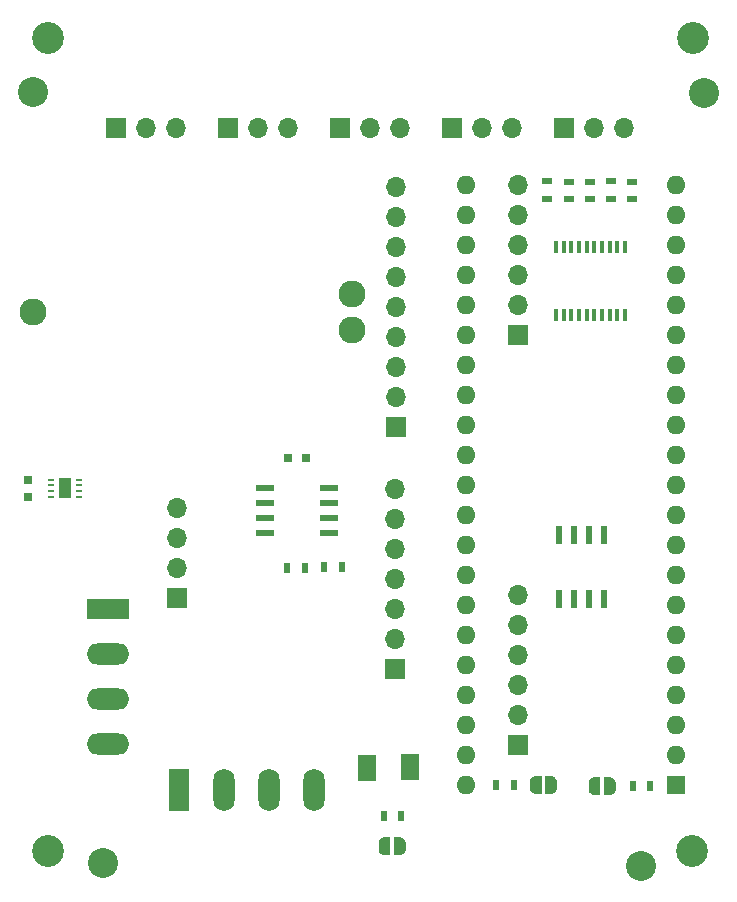
<source format=gbr>
G04 #@! TF.GenerationSoftware,KiCad,Pcbnew,(5.1.5)-3*
G04 #@! TF.CreationDate,2020-09-03T11:07:22+02:00*
G04 #@! TF.ProjectId,StepperClockMasterTinyK22,53746570-7065-4724-936c-6f636b4d6173,rev?*
G04 #@! TF.SameCoordinates,Original*
G04 #@! TF.FileFunction,Soldermask,Top*
G04 #@! TF.FilePolarity,Negative*
%FSLAX46Y46*%
G04 Gerber Fmt 4.6, Leading zero omitted, Abs format (unit mm)*
G04 Created by KiCad (PCBNEW (5.1.5)-3) date 2020-09-03 11:07:22*
%MOMM*%
%LPD*%
G04 APERTURE LIST*
%ADD10R,0.400000X1.000000*%
%ADD11R,1.700000X1.700000*%
%ADD12O,1.700000X1.700000*%
%ADD13R,1.520000X2.180000*%
%ADD14C,0.100000*%
%ADD15R,0.900000X0.500000*%
%ADD16O,3.600000X1.800000*%
%ADD17R,3.600000X1.800000*%
%ADD18O,1.800000X3.600000*%
%ADD19R,1.800000X3.600000*%
%ADD20O,1.600000X1.600000*%
%ADD21R,1.600000X1.600000*%
%ADD22R,0.500000X0.900000*%
%ADD23R,0.550000X0.250000*%
%ADD24R,1.000000X1.700000*%
%ADD25R,0.600000X1.550000*%
%ADD26R,1.550000X0.600000*%
%ADD27C,2.700000*%
%ADD28C,2.540000*%
%ADD29R,0.750000X0.800000*%
%ADD30R,0.800000X0.750000*%
%ADD31C,2.290000*%
G04 APERTURE END LIST*
D10*
X146635000Y-93960000D03*
X145985000Y-93960000D03*
X145335000Y-93960000D03*
X144685000Y-93960000D03*
X144035000Y-93960000D03*
X143385000Y-93960000D03*
X142735000Y-93960000D03*
X142085000Y-93960000D03*
X141435000Y-93960000D03*
X140785000Y-93960000D03*
X140785000Y-99760000D03*
X141435000Y-99760000D03*
X142085000Y-99760000D03*
X142735000Y-99760000D03*
X143385000Y-99760000D03*
X144035000Y-99760000D03*
X144685000Y-99760000D03*
X145335000Y-99760000D03*
X145985000Y-99760000D03*
X146635000Y-99760000D03*
D11*
X137580000Y-101490000D03*
D12*
X137580000Y-98950000D03*
X137580000Y-96410000D03*
X137580000Y-93870000D03*
X137580000Y-91330000D03*
X137580000Y-88790000D03*
D11*
X137580000Y-136130000D03*
D12*
X137580000Y-133590000D03*
X137580000Y-131050000D03*
X137580000Y-128510000D03*
X137580000Y-125970000D03*
X137580000Y-123430000D03*
D13*
X128464200Y-138050000D03*
X124781200Y-138075400D03*
D14*
G36*
X144550000Y-140400000D02*
G01*
X144050000Y-140400000D01*
X144050000Y-140399398D01*
X144025466Y-140399398D01*
X143976635Y-140394588D01*
X143928510Y-140385016D01*
X143881555Y-140370772D01*
X143836222Y-140351995D01*
X143792949Y-140328864D01*
X143752150Y-140301604D01*
X143714221Y-140270476D01*
X143679524Y-140235779D01*
X143648396Y-140197850D01*
X143621136Y-140157051D01*
X143598005Y-140113778D01*
X143579228Y-140068445D01*
X143564984Y-140021490D01*
X143555412Y-139973365D01*
X143550602Y-139924534D01*
X143550602Y-139900000D01*
X143550000Y-139900000D01*
X143550000Y-139400000D01*
X143550602Y-139400000D01*
X143550602Y-139375466D01*
X143555412Y-139326635D01*
X143564984Y-139278510D01*
X143579228Y-139231555D01*
X143598005Y-139186222D01*
X143621136Y-139142949D01*
X143648396Y-139102150D01*
X143679524Y-139064221D01*
X143714221Y-139029524D01*
X143752150Y-138998396D01*
X143792949Y-138971136D01*
X143836222Y-138948005D01*
X143881555Y-138929228D01*
X143928510Y-138914984D01*
X143976635Y-138905412D01*
X144025466Y-138900602D01*
X144050000Y-138900602D01*
X144050000Y-138900000D01*
X144550000Y-138900000D01*
X144550000Y-140400000D01*
G37*
G36*
X145350000Y-138900602D02*
G01*
X145374534Y-138900602D01*
X145423365Y-138905412D01*
X145471490Y-138914984D01*
X145518445Y-138929228D01*
X145563778Y-138948005D01*
X145607051Y-138971136D01*
X145647850Y-138998396D01*
X145685779Y-139029524D01*
X145720476Y-139064221D01*
X145751604Y-139102150D01*
X145778864Y-139142949D01*
X145801995Y-139186222D01*
X145820772Y-139231555D01*
X145835016Y-139278510D01*
X145844588Y-139326635D01*
X145849398Y-139375466D01*
X145849398Y-139400000D01*
X145850000Y-139400000D01*
X145850000Y-139900000D01*
X145849398Y-139900000D01*
X145849398Y-139924534D01*
X145844588Y-139973365D01*
X145835016Y-140021490D01*
X145820772Y-140068445D01*
X145801995Y-140113778D01*
X145778864Y-140157051D01*
X145751604Y-140197850D01*
X145720476Y-140235779D01*
X145685779Y-140270476D01*
X145647850Y-140301604D01*
X145607051Y-140328864D01*
X145563778Y-140351995D01*
X145518445Y-140370772D01*
X145471490Y-140385016D01*
X145423365Y-140394588D01*
X145374534Y-140399398D01*
X145350000Y-140399398D01*
X145350000Y-140400000D01*
X144850000Y-140400000D01*
X144850000Y-138900000D01*
X145350000Y-138900000D01*
X145350000Y-138900602D01*
G37*
G36*
X139570000Y-140300000D02*
G01*
X139070000Y-140300000D01*
X139070000Y-140299398D01*
X139045466Y-140299398D01*
X138996635Y-140294588D01*
X138948510Y-140285016D01*
X138901555Y-140270772D01*
X138856222Y-140251995D01*
X138812949Y-140228864D01*
X138772150Y-140201604D01*
X138734221Y-140170476D01*
X138699524Y-140135779D01*
X138668396Y-140097850D01*
X138641136Y-140057051D01*
X138618005Y-140013778D01*
X138599228Y-139968445D01*
X138584984Y-139921490D01*
X138575412Y-139873365D01*
X138570602Y-139824534D01*
X138570602Y-139800000D01*
X138570000Y-139800000D01*
X138570000Y-139300000D01*
X138570602Y-139300000D01*
X138570602Y-139275466D01*
X138575412Y-139226635D01*
X138584984Y-139178510D01*
X138599228Y-139131555D01*
X138618005Y-139086222D01*
X138641136Y-139042949D01*
X138668396Y-139002150D01*
X138699524Y-138964221D01*
X138734221Y-138929524D01*
X138772150Y-138898396D01*
X138812949Y-138871136D01*
X138856222Y-138848005D01*
X138901555Y-138829228D01*
X138948510Y-138814984D01*
X138996635Y-138805412D01*
X139045466Y-138800602D01*
X139070000Y-138800602D01*
X139070000Y-138800000D01*
X139570000Y-138800000D01*
X139570000Y-140300000D01*
G37*
G36*
X140370000Y-138800602D02*
G01*
X140394534Y-138800602D01*
X140443365Y-138805412D01*
X140491490Y-138814984D01*
X140538445Y-138829228D01*
X140583778Y-138848005D01*
X140627051Y-138871136D01*
X140667850Y-138898396D01*
X140705779Y-138929524D01*
X140740476Y-138964221D01*
X140771604Y-139002150D01*
X140798864Y-139042949D01*
X140821995Y-139086222D01*
X140840772Y-139131555D01*
X140855016Y-139178510D01*
X140864588Y-139226635D01*
X140869398Y-139275466D01*
X140869398Y-139300000D01*
X140870000Y-139300000D01*
X140870000Y-139800000D01*
X140869398Y-139800000D01*
X140869398Y-139824534D01*
X140864588Y-139873365D01*
X140855016Y-139921490D01*
X140840772Y-139968445D01*
X140821995Y-140013778D01*
X140798864Y-140057051D01*
X140771604Y-140097850D01*
X140740476Y-140135779D01*
X140705779Y-140170476D01*
X140667850Y-140201604D01*
X140627051Y-140228864D01*
X140583778Y-140251995D01*
X140538445Y-140270772D01*
X140491490Y-140285016D01*
X140443365Y-140294588D01*
X140394534Y-140299398D01*
X140370000Y-140299398D01*
X140370000Y-140300000D01*
X139870000Y-140300000D01*
X139870000Y-138800000D01*
X140370000Y-138800000D01*
X140370000Y-138800602D01*
G37*
G36*
X126760000Y-145480000D02*
G01*
X126260000Y-145480000D01*
X126260000Y-145479398D01*
X126235466Y-145479398D01*
X126186635Y-145474588D01*
X126138510Y-145465016D01*
X126091555Y-145450772D01*
X126046222Y-145431995D01*
X126002949Y-145408864D01*
X125962150Y-145381604D01*
X125924221Y-145350476D01*
X125889524Y-145315779D01*
X125858396Y-145277850D01*
X125831136Y-145237051D01*
X125808005Y-145193778D01*
X125789228Y-145148445D01*
X125774984Y-145101490D01*
X125765412Y-145053365D01*
X125760602Y-145004534D01*
X125760602Y-144980000D01*
X125760000Y-144980000D01*
X125760000Y-144480000D01*
X125760602Y-144480000D01*
X125760602Y-144455466D01*
X125765412Y-144406635D01*
X125774984Y-144358510D01*
X125789228Y-144311555D01*
X125808005Y-144266222D01*
X125831136Y-144222949D01*
X125858396Y-144182150D01*
X125889524Y-144144221D01*
X125924221Y-144109524D01*
X125962150Y-144078396D01*
X126002949Y-144051136D01*
X126046222Y-144028005D01*
X126091555Y-144009228D01*
X126138510Y-143994984D01*
X126186635Y-143985412D01*
X126235466Y-143980602D01*
X126260000Y-143980602D01*
X126260000Y-143980000D01*
X126760000Y-143980000D01*
X126760000Y-145480000D01*
G37*
G36*
X127560000Y-143980602D02*
G01*
X127584534Y-143980602D01*
X127633365Y-143985412D01*
X127681490Y-143994984D01*
X127728445Y-144009228D01*
X127773778Y-144028005D01*
X127817051Y-144051136D01*
X127857850Y-144078396D01*
X127895779Y-144109524D01*
X127930476Y-144144221D01*
X127961604Y-144182150D01*
X127988864Y-144222949D01*
X128011995Y-144266222D01*
X128030772Y-144311555D01*
X128045016Y-144358510D01*
X128054588Y-144406635D01*
X128059398Y-144455466D01*
X128059398Y-144480000D01*
X128060000Y-144480000D01*
X128060000Y-144980000D01*
X128059398Y-144980000D01*
X128059398Y-145004534D01*
X128054588Y-145053365D01*
X128045016Y-145101490D01*
X128030772Y-145148445D01*
X128011995Y-145193778D01*
X127988864Y-145237051D01*
X127961604Y-145277850D01*
X127930476Y-145315779D01*
X127895779Y-145350476D01*
X127857850Y-145381604D01*
X127817051Y-145408864D01*
X127773778Y-145431995D01*
X127728445Y-145450772D01*
X127681490Y-145465016D01*
X127633365Y-145474588D01*
X127584534Y-145479398D01*
X127560000Y-145479398D01*
X127560000Y-145480000D01*
X127060000Y-145480000D01*
X127060000Y-143980000D01*
X127560000Y-143980000D01*
X127560000Y-143980602D01*
G37*
D15*
X143630000Y-88460000D03*
X143630000Y-89960000D03*
D16*
X102840000Y-136040000D03*
X102840000Y-132230000D03*
X102840000Y-128420000D03*
D17*
X102840000Y-124610000D03*
D18*
X120330000Y-140000000D03*
X116520000Y-140000000D03*
X112710000Y-140000000D03*
D19*
X108900000Y-140000000D03*
D20*
X133210000Y-139560000D03*
X150990000Y-88760000D03*
X133210000Y-137020000D03*
X150990000Y-91300000D03*
X133210000Y-134480000D03*
X150990000Y-93840000D03*
X133210000Y-131940000D03*
X150990000Y-96380000D03*
X133210000Y-129400000D03*
X150990000Y-98920000D03*
X133210000Y-126860000D03*
X150990000Y-101460000D03*
X133210000Y-124320000D03*
X150990000Y-104000000D03*
X133210000Y-121780000D03*
X150990000Y-106540000D03*
X133210000Y-119240000D03*
X150990000Y-109080000D03*
X133210000Y-116700000D03*
X150990000Y-111620000D03*
X133210000Y-114160000D03*
X150990000Y-114160000D03*
X133210000Y-111620000D03*
X150990000Y-116700000D03*
X133210000Y-109080000D03*
X150990000Y-119240000D03*
X133210000Y-106540000D03*
X150990000Y-121780000D03*
X133210000Y-104000000D03*
X150990000Y-124320000D03*
X133210000Y-101460000D03*
X150990000Y-126860000D03*
X133210000Y-98920000D03*
X150990000Y-129400000D03*
X133210000Y-96380000D03*
X150990000Y-131940000D03*
X133210000Y-93840000D03*
X150990000Y-134480000D03*
X133210000Y-91300000D03*
X150990000Y-137020000D03*
X133210000Y-88760000D03*
D21*
X150990000Y-139560000D03*
D22*
X147270000Y-139650000D03*
X148770000Y-139650000D03*
X135720000Y-139590000D03*
X137220000Y-139590000D03*
D11*
X127130000Y-129720000D03*
D12*
X127130000Y-127180000D03*
X127130000Y-124640000D03*
X127130000Y-122100000D03*
X127130000Y-119560000D03*
X127130000Y-117020000D03*
X127130000Y-114480000D03*
D23*
X100395000Y-115190000D03*
X100395000Y-114690000D03*
X100395000Y-114190000D03*
X100395000Y-113690000D03*
X98045000Y-115190000D03*
X98045000Y-114690000D03*
X98045000Y-114190000D03*
X98045000Y-113690000D03*
D24*
X99220000Y-114440000D03*
D11*
X127260000Y-109230000D03*
D12*
X127260000Y-106690000D03*
X127260000Y-104150000D03*
X127260000Y-101610000D03*
X127260000Y-99070000D03*
X127260000Y-96530000D03*
X127260000Y-93990000D03*
X127260000Y-91450000D03*
X127260000Y-88910000D03*
D25*
X144855000Y-118400000D03*
X143585000Y-118400000D03*
X142315000Y-118400000D03*
X141045000Y-118400000D03*
X141045000Y-123800000D03*
X142315000Y-123800000D03*
X143585000Y-123800000D03*
X144855000Y-123800000D03*
D26*
X116130000Y-114385000D03*
X116130000Y-115655000D03*
X116130000Y-116925000D03*
X116130000Y-118195000D03*
X121530000Y-118195000D03*
X121530000Y-116925000D03*
X121530000Y-115655000D03*
X121530000Y-114385000D03*
D22*
X127700000Y-142170000D03*
X126200000Y-142170000D03*
D15*
X147230000Y-88460000D03*
X147230000Y-89960000D03*
D22*
X122640000Y-121090000D03*
X121140000Y-121090000D03*
X118050000Y-121140000D03*
X119550000Y-121140000D03*
D15*
X145440000Y-88450000D03*
X145440000Y-89950000D03*
X141850000Y-88460000D03*
X141850000Y-89960000D03*
X140050000Y-88450000D03*
X140050000Y-89950000D03*
D11*
X108700000Y-123760000D03*
D12*
X108700000Y-121220000D03*
X108700000Y-118680000D03*
X108700000Y-116140000D03*
D11*
X141500000Y-83950000D03*
D12*
X144040000Y-83950000D03*
X146580000Y-83950000D03*
D11*
X132000000Y-83950000D03*
D12*
X134540000Y-83950000D03*
X137080000Y-83950000D03*
D11*
X122510000Y-83950000D03*
D12*
X125050000Y-83950000D03*
X127590000Y-83950000D03*
D11*
X113010000Y-83950000D03*
D12*
X115550000Y-83950000D03*
X118090000Y-83950000D03*
D11*
X103510000Y-83950000D03*
D12*
X106050000Y-83950000D03*
X108590000Y-83950000D03*
D27*
X152340000Y-145100000D03*
X97750000Y-145100000D03*
X97750000Y-76280000D03*
X152350000Y-76280000D03*
D28*
X148010000Y-146370000D03*
X102400000Y-146140000D03*
X96470000Y-80890000D03*
X153360000Y-80980000D03*
D29*
X96060000Y-115210000D03*
X96060000Y-113710000D03*
D30*
X119600000Y-111890000D03*
X118100000Y-111890000D03*
D31*
X123530000Y-101010000D03*
X123530000Y-98010000D03*
X96530000Y-99510000D03*
M02*

</source>
